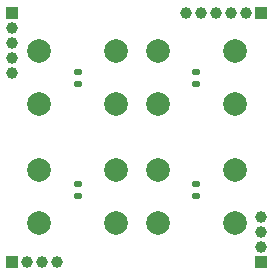
<source format=gbs>
%TF.GenerationSoftware,KiCad,Pcbnew,9.0.5-1.fc42*%
%TF.CreationDate,2025-12-03T04:04:07+01:00*%
%TF.ProjectId,Block-Switch-4,426c6f63-6b2d-4537-9769-7463682d342e,1*%
%TF.SameCoordinates,Original*%
%TF.FileFunction,Soldermask,Bot*%
%TF.FilePolarity,Negative*%
%FSLAX46Y46*%
G04 Gerber Fmt 4.6, Leading zero omitted, Abs format (unit mm)*
G04 Created by KiCad (PCBNEW 9.0.5-1.fc42) date 2025-12-03 04:04:07*
%MOMM*%
%LPD*%
G01*
G04 APERTURE LIST*
G04 Aperture macros list*
%AMRoundRect*
0 Rectangle with rounded corners*
0 $1 Rounding radius*
0 $2 $3 $4 $5 $6 $7 $8 $9 X,Y pos of 4 corners*
0 Add a 4 corners polygon primitive as box body*
4,1,4,$2,$3,$4,$5,$6,$7,$8,$9,$2,$3,0*
0 Add four circle primitives for the rounded corners*
1,1,$1+$1,$2,$3*
1,1,$1+$1,$4,$5*
1,1,$1+$1,$6,$7*
1,1,$1+$1,$8,$9*
0 Add four rect primitives between the rounded corners*
20,1,$1+$1,$2,$3,$4,$5,0*
20,1,$1+$1,$4,$5,$6,$7,0*
20,1,$1+$1,$6,$7,$8,$9,0*
20,1,$1+$1,$8,$9,$2,$3,0*%
G04 Aperture macros list end*
%ADD10C,2.000000*%
%ADD11RoundRect,0.135000X0.185000X-0.135000X0.185000X0.135000X-0.185000X0.135000X-0.185000X-0.135000X0*%
%ADD12R,1.000000X1.000000*%
%ADD13C,1.000000*%
G04 APERTURE END LIST*
D10*
%TO.C,SW4*%
X140831300Y-106398190D03*
X147331300Y-106398190D03*
X140831300Y-110898190D03*
X147331300Y-110898190D03*
%TD*%
D11*
%TO.C,R4*%
X144081300Y-109158190D03*
X144081300Y-108138190D03*
%TD*%
D10*
%TO.C,SW3*%
X130798700Y-106398190D03*
X137298700Y-106398190D03*
X130798700Y-110898190D03*
X137298700Y-110898190D03*
%TD*%
%TO.C,SW2*%
X140831300Y-116431810D03*
X147331300Y-116431810D03*
X140831300Y-120931810D03*
X147331300Y-120931810D03*
%TD*%
%TO.C,SW1*%
X130798700Y-116431810D03*
X137298700Y-116431810D03*
X130798700Y-120931810D03*
X137298700Y-120931810D03*
%TD*%
D12*
%TO.C,J4*%
X128525000Y-124205000D03*
D13*
X129795000Y-124205000D03*
X131065000Y-124205000D03*
X132335000Y-124205000D03*
%TD*%
D11*
%TO.C,R3*%
X134048700Y-109158190D03*
X134048700Y-108138190D03*
%TD*%
%TO.C,R2*%
X144081300Y-118681810D03*
X144081300Y-117661810D03*
%TD*%
%TO.C,R1*%
X134048700Y-118681810D03*
X134048700Y-117661810D03*
%TD*%
D12*
%TO.C,J2*%
X149605000Y-124205000D03*
D13*
X149605000Y-122935000D03*
X149605000Y-121665000D03*
X149605000Y-120395000D03*
%TD*%
D12*
%TO.C,J1*%
X128525000Y-103125000D03*
D13*
X128525000Y-104395000D03*
X128525000Y-105665000D03*
X128525000Y-106935000D03*
X128525000Y-108205000D03*
%TD*%
D12*
%TO.C,J3*%
X149605000Y-103125000D03*
D13*
X148335000Y-103125000D03*
X147065000Y-103125000D03*
X145795000Y-103125000D03*
X144525000Y-103125000D03*
X143255000Y-103125000D03*
%TD*%
M02*

</source>
